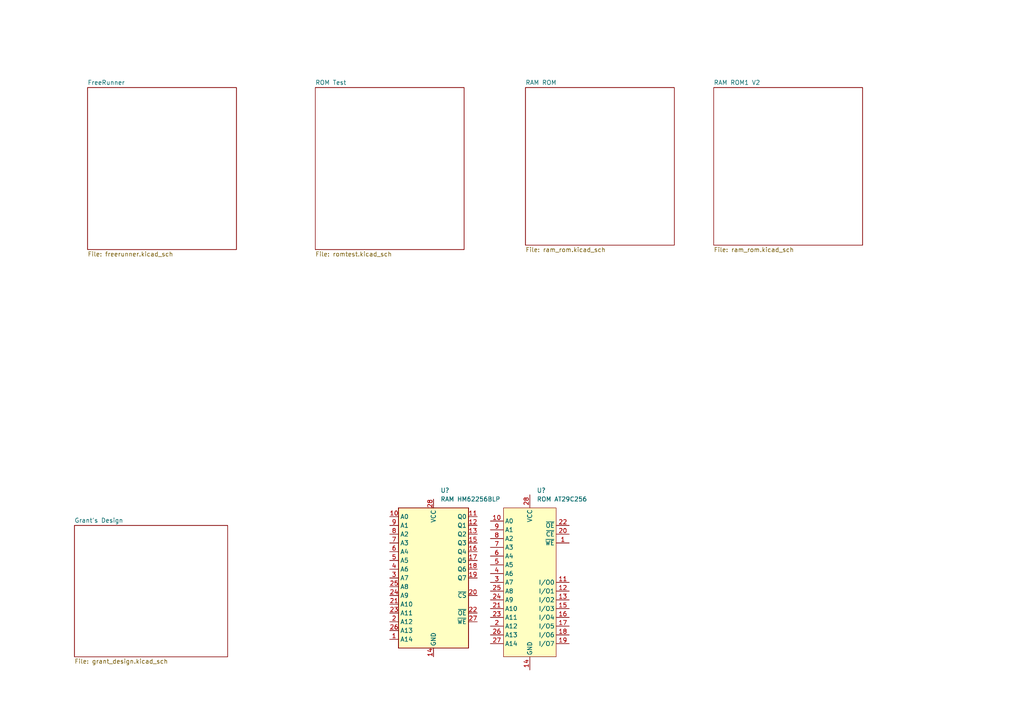
<source format=kicad_sch>
(kicad_sch (version 20211123) (generator eeschema)
  (paper "A4")
  (title_block (title "6809 Retro"))
  (lib_symbols
    (symbol "Memory_RAM:HM62256BLP"
      (property "Reference" "U" (at -10.16 20.955 0))
      (property "Value" "HM62256BLP" (at 2.54 20.955 0))
      (symbol "HM62256BLP_0_0"
        (pin power_in line (at 0 -22.86 90) (length 2.54) (name "GND") (number "14"))
        (pin power_in line (at 0 22.86 270) (length 2.54) (name "VCC") (number "28"))
      )
      (symbol "HM62256BLP_0_1"
        (rectangle (start -10.16 20.32) (end 10.16 -20.32) (stroke (width 0.254)) (fill (type background)))
      )
      (symbol "HM62256BLP_1_1"
        (pin input line (at -12.7 -17.78 0) (length 2.54) (name "A14") (number "1"))
        (pin input line (at -12.7 17.78 0) (length 2.54) (name "A0") (number "10"))
        (pin tri_state line (at 12.7 17.78 180) (length 2.54) (name "Q0") (number "11"))
        (pin tri_state line (at 12.7 15.24 180) (length 2.54) (name "Q1") (number "12"))
        (pin tri_state line (at 12.7 12.7 180) (length 2.54) (name "Q2") (number "13"))
        (pin tri_state line (at 12.7 10.16 180) (length 2.54) (name "Q3") (number "15"))
        (pin tri_state line (at 12.7 7.62 180) (length 2.54) (name "Q4") (number "16"))
        (pin tri_state line (at 12.7 5.08 180) (length 2.54) (name "Q5") (number "17"))
        (pin tri_state line (at 12.7 2.54 180) (length 2.54) (name "Q6") (number "18"))
        (pin tri_state line (at 12.7 0 180) (length 2.54) (name "Q7") (number "19"))
        (pin input line (at -12.7 -12.7 0) (length 2.54) (name "A12") (number "2"))
        (pin input line (at 12.7 -5.08 180) (length 2.54) (name "~{CS}") (number "20"))
        (pin input line (at -12.7 -7.62 0) (length 2.54) (name "A10") (number "21"))
        (pin input line (at 12.7 -10.16 180) (length 2.54) (name "~{OE}") (number "22"))
        (pin input line (at -12.7 -10.16 0) (length 2.54) (name "A11") (number "23"))
        (pin input line (at -12.7 -5.08 0) (length 2.54) (name "A9") (number "24"))
        (pin input line (at -12.7 -2.54 0) (length 2.54) (name "A8") (number "25"))
        (pin input line (at -12.7 -15.24 0) (length 2.54) (name "A13") (number "26"))
        (pin input line (at 12.7 -12.7 180) (length 2.54) (name "~{WE}") (number "27"))
        (pin input line (at -12.7 0 0) (length 2.54) (name "A7") (number "3"))
        (pin input line (at -12.7 2.54 0) (length 2.54) (name "A6") (number "4"))
        (pin input line (at -12.7 5.08 0) (length 2.54) (name "A5") (number "5"))
        (pin input line (at -12.7 7.62 0) (length 2.54) (name "A4") (number "6"))
        (pin input line (at -12.7 10.16 0) (length 2.54) (name "A3") (number "7"))
        (pin input line (at -12.7 12.7 0) (length 2.54) (name "A2") (number "8"))
        (pin input line (at -12.7 15.24 0) (length 2.54) (name "A1") (number "9"))
      )
    )
    (symbol "Will_Symbols:AT29C256"
      (property "Reference" "U" (at 2.54 20.32 0))
      (property "Value" "AT29C256" (at 0 0 90))
      (symbol "AT29C256_0_1"
        (rectangle (start -7.62 19.05) (end 7.62 -24.13) (fill (type background)))
      )
      (symbol "AT29C256_1_1"
        (pin input line (at 11.43 8.89 180) (length 3.7) (name "~{WE}") (number "1"))
        (pin input line (at -11.43 15.24 0) (length 3.7) (name "A0") (number "10"))
        (pin bidirectional line (at 11.43 -2.54 180) (length 3.7) (name "I/O0") (number "11"))
        (pin bidirectional line (at 11.43 -5.08 180) (length 3.7) (name "I/O1") (number "12"))
        (pin bidirectional line (at 11.43 -7.62 180) (length 3.7) (name "I/O2") (number "13"))
        (pin power_in line (at 0 -27.94 90) (length 3.7) (name "GND") (number "14"))
        (pin bidirectional line (at 11.43 -10.16 180) (length 3.7) (name "I/O3") (number "15"))
        (pin bidirectional line (at 11.43 -12.7 180) (length 3.7) (name "I/O4") (number "16"))
        (pin bidirectional line (at 11.43 -15.24 180) (length 3.7) (name "I/O5") (number "17"))
        (pin bidirectional line (at 11.43 -17.78 180) (length 3.7) (name "I/O6") (number "18"))
        (pin bidirectional line (at 11.43 -20.32 180) (length 3.7) (name "I/O7") (number "19"))
        (pin input line (at -11.43 -15.24 0) (length 3.7) (name "A12") (number "2"))
        (pin input line (at 11.43 11.43 180) (length 3.7) (name "~{CE}") (number "20"))
        (pin input line (at -11.43 -10.16 0) (length 3.7) (name "A10") (number "21"))
        (pin input line (at 11.43 13.97 180) (length 3.7) (name "~{OE}") (number "22"))
        (pin input line (at -11.43 -12.7 0) (length 3.7) (name "A11") (number "23"))
        (pin input line (at -11.43 -7.62 0) (length 3.7) (name "A9") (number "24"))
        (pin input line (at -11.43 -5.08 0) (length 3.7) (name "A8") (number "25"))
        (pin input line (at -11.43 -17.78 0) (length 3.7) (name "A13") (number "26"))
        (pin input line (at -11.43 -20.32 0) (length 3.7) (name "A14") (number "27"))
        (pin power_in line (at 0 22.86 270) (length 3.7) (name "VCC") (number "28"))
        (pin input line (at -11.43 -2.54 0) (length 3.7) (name "A7") (number "3"))
        (pin input line (at -11.43 0 0) (length 3.7) (name "A6") (number "4"))
        (pin input line (at -11.43 2.54 0) (length 3.7) (name "A5") (number "5"))
        (pin input line (at -11.43 5.08 0) (length 3.7) (name "A4") (number "6"))
        (pin input line (at -11.43 7.62 0) (length 3.7) (name "A3") (number "7"))
        (pin input line (at -11.43 10.16 0) (length 3.7) (name "A2") (number "8"))
        (pin input line (at -11.43 12.7 0) (length 3.7) (name "A1") (number "9"))
      )
    )
  )
  (symbol (lib_id "Memory_RAM:HM62256BLP") (at 125.73 167.64 0) (unit 1)
    (property "Reference" "U?" (at 127.7494 142.24 0) (effects (justify left)))
    (property "Value" "RAM HM62256BLP" (at 127.7494 144.78 0) (effects (justify left)))
    (property "Footprint" "Package_DIP:DIP-28_W15.24mm" (effects hide))
    (property "Datasheet" "https://web.mit.edu/6.115/www/document/62256.pdf" (effects hide))
  )
  (symbol (lib_id "Will_Symbols:AT29C256") (at 153.67 166.37 0) (unit 1)
    (property "Reference" "U?" (at 155.6894 142.24 0) (effects (justify left)))
    (property "Value" "ROM AT29C256" (at 155.6894 144.78 0) (effects (justify left)))
  )
  (sheet (at 152.4 25.4) (size 43.18 45.72) (stroke (width 0.1524))
    (property "Sheet name" "RAM ROM" (at 152.4 24.6884 0) (effects (justify left bottom)))
    (property "Sheet file" "ram_rom.kicad_sch" (at 152.4 71.7046 0) (effects (justify left top)))
  )
  (sheet (at 91.44 25.4) (size 43.18 46.99) (stroke (width 0.1524))
    (property "Sheet name" "ROM Test" (at 91.44 24.6884 0) (effects (justify left bottom)))
    (property "Sheet file" "romtest.kicad_sch" (at 91.44 72.9746 0) (effects (justify left top)))
  )
  (sheet (at 207.01 25.4) (size 43.18 45.72) (stroke (width 0.1524))
    (property "Sheet name" "RAM ROM1 V2" (at 207.01 24.6884 0) (effects (justify left bottom)))
    (property "Sheet file" "ram_rom.kicad_sch" (at 207.01 71.7046 0) (effects (justify left top)))
  )
  (sheet (at 25.4 25.4) (size 43.18 46.99) (stroke (width 0.1524))
    (property "Sheet name" "FreeRunner" (at 25.4 24.6884 0) (effects (justify left bottom)))
    (property "Sheet file" "freerunner.kicad_sch" (at 25.4 72.9746 0) (effects (justify left top)))
  )
  (sheet (at 21.59 152.4) (size 44.45 38.1) (stroke (width 0.1524))
    (property "Sheet name" "Grant's Design" (at 21.59 151.6884 0) (effects (justify left bottom)))
    (property "Sheet file" "grant_design.kicad_sch" (at 21.59 191.0846 0) (effects (justify left top)))
  )
)
</source>
